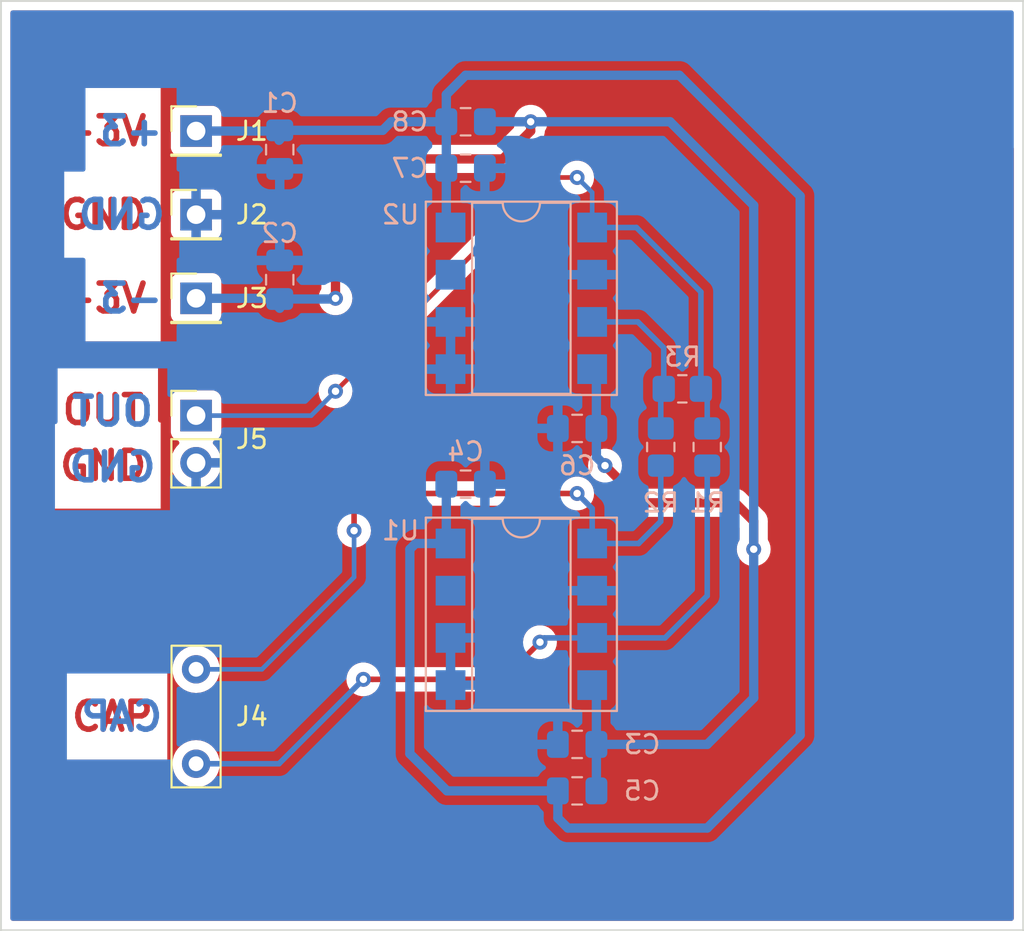
<source format=kicad_pcb>
(kicad_pcb (version 20211014) (generator pcbnew)
  (layers (0 "F.Cu" signal) (31 "B.Cu" signal) (34 "B.Paste" user) (35 "F.Paste" user) (36 "B.SilkS" user "B.Silkscreen") (37 "F.SilkS" user "F.Silkscreen") (38 "B.Mask" user) (39 "F.Mask" user) (44 "Edge.Cuts" user))
  (net 0 "")
  (net 1 "+5V")
  (net 2 "-5V")
  (net 3 "GND")
  (net 4 "Net-(R2-Pad2)")
  (net 7 "Net-(J4-Pad1)")
  (net 8 "Net-(J4-Pad2)")
  (net 9 "Net-(J5-Pad1)")
  (footprint "Connector_PinHeader_2.54mm:PinHeader_1x01_P2.54mm_Vertical" (layer "F.Cu") (at 130.5 47)
    (fp_text reference "J1" (at 3 0) (layer "F.SilkS"))
    (fp_text value "Conn_01x01_Female" hide)
    (fp_line (start -1.33 0) (end -1.33 -1.33) (layer "F.SilkS") (width 0.12))
    (fp_line (start -1.33 1.27) (end -1.33 1.33) (layer "F.SilkS") (width 0.12))
    (fp_line (start 1.33 1.27) (end 1.33 1.33) (layer "F.SilkS") (width 0.12))
    (fp_line (start -1.33 -1.33) (end 0 -1.33) (layer "F.SilkS") (width 0.12))
    (fp_line (start -1.33 1.27) (end 1.33 1.27) (layer "F.SilkS") (width 0.12))
    (fp_line (start -1.33 1.33) (end 1.33 1.33) (layer "F.SilkS") (width 0.12))
    (pad "1" thru_hole rect locked (at 0 0) (size 1.7 1.7) (drill 1) (layers *.Cu *.Mask) (net 1 "+5V"))
  )
  (footprint "Connector_PinHeader_2.54mm:PinHeader_1x01_P2.54mm_Vertical" (layer "F.Cu") (at 130.5 56)
    (fp_text reference "J3" (at 3 0) (layer "F.SilkS"))
    (fp_text value "Conn_01x01_Female" hide)
    (fp_line (start -1.33 -1.33) (end 0 -1.33) (layer "F.SilkS") (width 0.12))
    (fp_line (start -1.33 1.27) (end -1.33 1.33) (layer "F.SilkS") (width 0.12))
    (fp_line (start -1.33 0) (end -1.33 -1.33) (layer "F.SilkS") (width 0.12))
    (fp_line (start -1.33 1.27) (end 1.33 1.27) (layer "F.SilkS") (width 0.12))
    (fp_line (start -1.33 1.33) (end 1.33 1.33) (layer "F.SilkS") (width 0.12))
    (fp_line (start 1.33 1.27) (end 1.33 1.33) (layer "F.SilkS") (width 0.12))
    (pad "1" thru_hole rect locked (at 0 0) (size 1.7 1.7) (drill 1) (layers *.Cu *.Mask) (net 2 "-5V"))
  )
  (footprint "connectors:HARWIN D2899" (layer "F.Cu") (at 130.5 78.5 90)
    (fp_text reference "J4" (at 0 3 unlocked) (layer "F.SilkS"))
    (fp_text value "Conn_01x02_Female" hide)
    (fp_rect (start -3.81 -1.32) (end 3.81 1.32) (layer "F.SilkS") (width 0.12) (fill none))
    (pad "1" thru_hole circle (at -2.54 0 90) (size 1.524 1.524) (drill 0.8) (layers *.Cu *.Mask) (net 7 "Net-(J4-Pad1)"))
    (pad "2" thru_hole circle (at 2.54 0 90) (size 1.524 1.524) (drill 0.8) (layers *.Cu *.Mask) (net 8 "Net-(J4-Pad2)"))
  )
  (footprint "Connector_PinHeader_2.54mm:PinHeader_1x02_P2.54mm_Vertical" (layer "F.Cu") (at 130.5 62.309464)
    (fp_text reference "J5" (at 3 1.275) (layer "F.SilkS"))
    (fp_text value "Conn_01x02_Female" hide)
    (fp_line (start 1.33 1.27) (end 1.33 3.87) (layer "F.SilkS") (width 0.12))
    (fp_line (start -1.33 0) (end -1.33 -1.33) (layer "F.SilkS") (width 0.12))
    (fp_line (start -1.33 1.27) (end 1.33 1.27) (layer "F.SilkS") (width 0.12))
    (fp_line (start -1.33 1.27) (end -1.33 3.87) (layer "F.SilkS") (width 0.12))
    (fp_line (start -1.33 3.87) (end 1.33 3.87) (layer "F.SilkS") (width 0.12))
    (fp_line (start -1.33 -1.33) (end 0 -1.33) (layer "F.SilkS") (width 0.12))
    (pad "1" thru_hole rect locked (at 0 0) (size 1.7 1.7) (drill 1) (layers *.Cu *.Mask) (net 9 "Net-(J5-Pad1)"))
    (pad "2" thru_hole oval locked (at 0 2.54) (size 1.7 1.7) (drill 1) (layers *.Cu *.Mask) (net 3 "GND"))
  )
  (footprint "Connector_PinHeader_2.54mm:PinHeader_1x01_P2.54mm_Vertical" (layer "F.Cu") (at 130.5 51.5)
    (fp_text reference "J2" (at 3 0) (layer "F.SilkS"))
    (fp_text value "Conn_01x01_Female" hide)
    (fp_line (start -1.33 1.33) (end 1.33 1.33) (layer "F.SilkS") (width 0.12))
    (fp_line (start 1.33 1.27) (end 1.33 1.33) (layer "F.SilkS") (width 0.12))
    (fp_line (start -1.33 -1.33) (end 0 -1.33) (layer "F.SilkS") (width 0.12))
    (fp_line (start -1.33 1.27) (end 1.33 1.27) (layer "F.SilkS") (width 0.12))
    (fp_line (start -1.33 0) (end -1.33 -1.33) (layer "F.SilkS") (width 0.12))
    (fp_line (start -1.33 1.27) (end -1.33 1.33) (layer "F.SilkS") (width 0.12))
    (pad "1" thru_hole rect locked (at 0 0) (size 1.7 1.7) (drill 1) (layers *.Cu *.Mask) (net 3 "GND"))
  )
  (footprint "Capacitor_SMD:C_0805_2012Metric_Pad1.18x1.45mm_HandSolder" (layer "B.Cu") (at 135 55 90)
    (fp_text reference "C2" (at 2.5 0 180) (layer "B.SilkS") (effects (justify mirror)))
    (fp_text value "100n")
    (fp_line (start -0.261252 -0.735) (end 0.261252 -0.735) (layer "B.SilkS") (width 0.12))
    (fp_line (start -0.261252 0.735) (end 0.261252 0.735) (layer "B.SilkS") (width 0.12))
    (pad "1" smd roundrect locked (at -1.0375 0 90) (size 1.175 1.45) (layers "B.Cu" "B.Paste" "B.Mask") (roundrect_rratio 0.212766) (net 2 "-5V"))
    (pad "2" smd roundrect locked (at 1.0375 0 90) (size 1.175 1.45) (layers "B.Cu" "B.Paste" "B.Mask") (roundrect_rratio 0.212766) (net 3 "GND"))
  )
  (footprint "Capacitor_SMD:C_0805_2012Metric_Pad1.18x1.45mm_HandSolder" (layer "B.Cu") (at 145 46.5)
    (fp_text reference "C8" (at -3 0) (layer "B.SilkS") (effects (justify mirror)))
    (fp_text value "100n")
    (fp_line (start -0.261252 -0.735) (end 0.261252 -0.735) (layer "B.SilkS") (width 0.12))
    (fp_line (start -0.261252 0.735) (end 0.261252 0.735) (layer "B.SilkS") (width 0.12))
    (pad "1" smd roundrect locked (at -1.0375 0) (size 1.175 1.45) (layers "B.Cu" "B.Paste" "B.Mask") (roundrect_rratio 0.212766) (net 1 "+5V"))
    (pad "2" smd roundrect locked (at 1.0375 0) (size 1.175 1.45) (layers "B.Cu" "B.Paste" "B.Mask") (roundrect_rratio 0.212766) (net 2 "-5V"))
  )
  (footprint "Capacitor_SMD:C_0805_2012Metric_Pad1.18x1.45mm_HandSolder" (layer "B.Cu") (at 151 80 180)
    (fp_text reference "C3" (at -3.5 0) (layer "B.SilkS") (effects (justify mirror)))
    (fp_text value "100n")
    (fp_line (start -0.261252 0.735) (end 0.261252 0.735) (layer "B.SilkS") (width 0.12))
    (fp_line (start -0.261252 -0.735) (end 0.261252 -0.735) (layer "B.SilkS") (width 0.12))
    (pad "1" smd roundrect locked (at -1.0375 0 180) (size 1.175 1.45) (layers "B.Cu" "B.Paste" "B.Mask") (roundrect_rratio 0.212766) (net 2 "-5V"))
    (pad "2" smd roundrect locked (at 1.0375 0 180) (size 1.175 1.45) (layers "B.Cu" "B.Paste" "B.Mask") (roundrect_rratio 0.212766) (net 3 "GND"))
  )
  (footprint "Package_DIP:DIP-8_W7.62mm_SMDSocket_SmallPads" (layer "B.Cu") (at 148 73 180)
    (fp_text reference "U1" (at 6.5 4.5) (layer "B.SilkS") (effects (justify mirror)))
    (fp_text value "MCP6002-xSN")
    (fp_line (start 2.65 5.14) (end 1 5.14) (layer "B.SilkS") (width 0.12))
    (fp_line (start -2.65 5.14) (end -2.65 -5.14) (layer "B.SilkS") (width 0.12))
    (fp_line (start -5.14 -5.2) (end 5.14 -5.2) (layer "B.SilkS") (width 0.12))
    (fp_line (start 5.14 5.2) (end -5.14 5.2) (layer "B.SilkS") (width 0.12))
    (fp_line (start 2.65 -5.14) (end 2.65 5.14) (layer "B.SilkS") (width 0.12))
    (fp_line (start -5.14 5.2) (end -5.14 -5.2) (layer "B.SilkS") (width 0.12))
    (fp_line (start 5.14 -5.2) (end 5.14 5.2) (layer "B.SilkS") (width 0.12))
    (fp_line (start -1 5.14) (end -2.65 5.14) (layer "B.SilkS") (width 0.12))
    (fp_line (start -2.65 -5.14) (end 2.65 -5.14) (layer "B.SilkS") (width 0.12))
    (fp_arc (start -1 5.14) (mid 0 4.14) (end 1 5.14) (layer "B.SilkS") (width 0.12))
    (pad "1" smd rect locked (at -3.81 3.81 180) (size 1.6 1.6) (layers "B.Cu" "B.Paste" "B.Mask") (net 8 "Net-(J4-Pad2)"))
    (pad "2" smd rect locked (at -3.81 1.27 180) (size 1.6 1.6) (layers "B.Cu" "B.Paste" "B.Mask") (net 3 "GND"))
    (pad "3" smd rect locked (at -3.81 -1.27 180) (size 1.6 1.6) (layers "B.Cu" "B.Paste" "B.Mask") (net 7 "Net-(J4-Pad1)"))
    (pad "4" smd rect locked (at -3.81 -3.81 180) (size 1.6 1.6) (layers "B.Cu" "B.Paste" "B.Mask") (net 2 "-5V"))
    (pad "5" smd rect locked (at 3.81 -3.81 180) (size 1.6 1.6) (layers "B.Cu" "B.Paste" "B.Mask") (net 3 "GND"))
    (pad "6" smd rect locked (at 3.81 -1.27 180) (size 1.6 1.6) (layers "B.Cu" "B.Paste" "B.Mask") (net 3 "GND"))
    (pad "7" smd rect locked (at 3.81 1.27 180) (size 1.6 1.6) (layers "B.Cu" "B.Paste" "B.Mask"))
    (pad "8" smd rect locked (at 3.81 3.81 180) (size 1.6 1.6) (layers "B.Cu" "B.Paste" "B.Mask") (net 1 "+5V"))
  )
  (footprint "Capacitor_SMD:C_0805_2012Metric_Pad1.18x1.45mm_HandSolder" (layer "B.Cu") (at 151 63 180)
    (fp_text reference "C6" (at 0 -2) (layer "B.SilkS") (effects (justify mirror)))
    (fp_text value "100n")
    (fp_line (start -0.261252 0.735) (end 0.261252 0.735) (layer "B.SilkS") (width 0.12))
    (fp_line (start -0.261252 -0.735) (end 0.261252 -0.735) (layer "B.SilkS") (width 0.12))
    (pad "1" smd roundrect locked (at -1.0375 0 180) (size 1.175 1.45) (layers "B.Cu" "B.Paste" "B.Mask") (roundrect_rratio 0.212766) (net 2 "-5V"))
    (pad "2" smd roundrect locked (at 1.0375 0 180) (size 1.175 1.45) (layers "B.Cu" "B.Paste" "B.Mask") (roundrect_rratio 0.212766) (net 3 "GND"))
  )
  (footprint "Resistor_SMD:R_0805_2012Metric_Pad1.20x1.40mm_HandSolder" (layer "B.Cu") (at 158 64 -90)
    (fp_text reference "R1" (at 3 0 180) (layer "B.SilkS") (effects (justify mirror)))
    (fp_text value "5k1")
    (fp_line (start -0.227064 0.735) (end 0.227064 0.735) (layer "B.SilkS") (width 0.12))
    (fp_line (start -0.227064 -0.735) (end 0.227064 -0.735) (layer "B.SilkS") (width 0.12))
    (pad "1" smd roundrect locked (at -1 0 270) (size 1.2 1.4) (layers "B.Cu" "B.Paste" "B.Mask") (roundrect_rratio 0.208333) (net 9 "Net-(J5-Pad1)"))
    (pad "2" smd roundrect locked (at 1 0 270) (size 1.2 1.4) (layers "B.Cu" "B.Paste" "B.Mask") (roundrect_rratio 0.208333) (net 7 "Net-(J4-Pad1)"))
  )
  (footprint "Capacitor_SMD:C_0805_2012Metric_Pad1.18x1.45mm_HandSolder" (layer "B.Cu") (at 135 48 -90)
    (fp_text reference "C1" (at -2.5 0 180) (layer "B.SilkS") (effects (justify mirror)))
    (fp_text value "100n")
    (fp_line (start -0.261252 0.735) (end 0.261252 0.735) (layer "B.SilkS") (width 0.12))
    (fp_line (start -0.261252 -0.735) (end 0.261252 -0.735) (layer "B.SilkS") (width 0.12))
    (pad "1" smd roundrect locked (at -1.0375 0 270) (size 1.175 1.45) (layers "B.Cu" "B.Paste" "B.Mask") (roundrect_rratio 0.212766) (net 1 "+5V"))
    (pad "2" smd roundrect locked (at 1.0375 0 270) (size 1.175 1.45) (layers "B.Cu" "B.Paste" "B.Mask") (roundrect_rratio 0.212766) (net 3 "GND"))
  )
  (footprint "Resistor_SMD:R_0805_2012Metric_Pad1.20x1.40mm_HandSolder" (layer "B.Cu") (at 155.5 64 90)
    (fp_text reference "R2" (at -3 0 180) (layer "B.SilkS") (effects (justify mirror)))
    (fp_text value "510")
    (fp_line (start -0.227064 0.735) (end 0.227064 0.735) (layer "B.SilkS") (width 0.12))
    (fp_line (start -0.227064 -0.735) (end 0.227064 -0.735) (layer "B.SilkS") (width 0.12))
    (pad "1" smd roundrect locked (at -1 0 90) (size 1.2 1.4) (layers "B.Cu" "B.Paste" "B.Mask") (roundrect_rratio 0.208333) (net 8 "Net-(J4-Pad2)"))
    (pad "2" smd roundrect locked (at 1 0 90) (size 1.2 1.4) (layers "B.Cu" "B.Paste" "B.Mask") (roundrect_rratio 0.208333) (net 4 "Net-(R2-Pad2)"))
  )
  (footprint "Capacitor_SMD:C_0805_2012Metric_Pad1.18x1.45mm_HandSolder" (layer "B.Cu") (at 145 66)
    (fp_text reference "C4" (at 0 -1.75) (layer "B.SilkS") (effects (justify mirror)))
    (fp_text value "100n")
    (fp_line (start -0.261252 0.735) (end 0.261252 0.735) (layer "B.SilkS") (width 0.12))
    (fp_line (start -0.261252 -0.735) (end 0.261252 -0.735) (layer "B.SilkS") (width 0.12))
    (pad "1" smd roundrect locked (at -1.0375 0) (size 1.175 1.45) (layers "B.Cu" "B.Paste" "B.Mask") (roundrect_rratio 0.212766) (net 1 "+5V"))
    (pad "2" smd roundrect locked (at 1.0375 0) (size 1.175 1.45) (layers "B.Cu" "B.Paste" "B.Mask") (roundrect_rratio 0.212766) (net 3 "GND"))
  )
  (footprint "Capacitor_SMD:C_0805_2012Metric_Pad1.18x1.45mm_HandSolder" (layer "B.Cu") (at 145 49)
    (fp_text reference "C7" (at -3 0 180) (layer "B.SilkS") (effects (justify mirror)))
    (fp_text value "100n")
    (fp_line (start -0.261252 0.735) (end 0.261252 0.735) (layer "B.SilkS") (width 0.12))
    (fp_line (start -0.261252 -0.735) (end 0.261252 -0.735) (layer "B.SilkS") (width 0.12))
    (pad "1" smd roundrect locked (at -1.0375 0) (size 1.175 1.45) (layers "B.Cu" "B.Paste" "B.Mask") (roundrect_rratio 0.212766) (net 1 "+5V"))
    (pad "2" smd roundrect locked (at 1.0375 0) (size 1.175 1.45) (layers "B.Cu" "B.Paste" "B.Mask") (roundrect_rratio 0.212766) (net 3 "GND"))
  )
  (footprint "Capacitor_SMD:C_0805_2012Metric_Pad1.18x1.45mm_HandSolder" (layer "B.Cu") (at 151 82.5)
    (fp_text reference "C5" (at 3.5 0) (layer "B.SilkS") (effects (justify mirror)))
    (fp_text value "100n")
    (fp_line (start -0.261252 0.735) (end 0.261252 0.735) (layer "B.SilkS") (width 0.12))
    (fp_line (start -0.261252 -0.735) (end 0.261252 -0.735) (layer "B.SilkS") (width 0.12))
    (pad "1" smd roundrect locked (at -1.0375 0) (size 1.175 1.45) (layers "B.Cu" "B.Paste" "B.Mask") (roundrect_rratio 0.212766) (net 1 "+5V"))
    (pad "2" smd roundrect locked (at 1.0375 0) (size 1.175 1.45) (layers "B.Cu" "B.Paste" "B.Mask") (roundrect_rratio 0.212766) (net 2 "-5V"))
  )
  (footprint "Package_DIP:DIP-8_W7.62mm_SMDSocket_SmallPads" (layer "B.Cu") (at 148 56 180)
    (fp_text reference "U2" (at 6.5 4.5) (layer "B.SilkS") (effects (justify mirror)))
    (fp_text value "MCP6542-xSN")
    (fp_line (start 2.65 -5.14) (end 2.65 5.14) (layer "B.SilkS") (width 0.12))
    (fp_line (start 5.14 5.2) (end -5.14 5.2) (layer "B.SilkS") (width 0.12))
    (fp_line (start 5.14 -5.2) (end 5.14 5.2) (layer "B.SilkS") (width 0.12))
    (fp_line (start -5.14 5.2) (end -5.14 -5.2) (layer "B.SilkS") (width 0.12))
    (fp_line (start -5.14 -5.2) (end 5.14 -5.2) (layer "B.SilkS") (width 0.12))
    (fp_line (start -1 5.14) (end -2.65 5.14) (layer "B.SilkS") (width 0.12))
    (fp_line (start -2.65 -5.14) (end 2.65 -5.14) (layer "B.SilkS") (width 0.12))
    (fp_line (start -2.65 5.14) (end -2.65 -5.14) (layer "B.SilkS") (width 0.12))
    (fp_line (start 2.65 5.14) (end 1 5.14) (layer "B.SilkS") (width 0.12))
    (fp_arc (start -1 5.14) (mid 0 4.14) (end 1 5.14) (layer "B.SilkS") (width 0.12))
    (pad "1" smd rect locked (at -3.81 3.81 180) (size 1.6 1.6) (layers "B.Cu" "B.Paste" "B.Mask") (net 9 "Net-(J5-Pad1)"))
    (pad "2" smd rect locked (at -3.81 1.27 180) (size 1.6 1.6) (layers "B.Cu" "B.Paste" "B.Mask") (net 3 "GND"))
    (pad "3" smd rect locked (at -3.81 -1.27 180) (size 1.6 1.6) (layers "B.Cu" "B.Paste" "B.Mask") (net 4 "Net-(R2-Pad2)"))
    (pad "4" smd rect locked (at -3.81 -3.81 180) (size 1.6 1.6) (layers "B.Cu" "B.Paste" "B.Mask") (net 2 "-5V"))
    (pad "5" smd rect locked (at 3.81 -3.81 180) (size 1.6 1.6) (layers "B.Cu" "B.Paste" "B.Mask") (net 3 "GND"))
    (pad "6" smd rect locked (at 3.81 -1.27 180) (size 1.6 1.6) (layers "B.Cu" "B.Paste" "B.Mask") (net 3 "GND"))
    (pad "7" smd rect locked (at 3.81 1.27 180) (size 1.6 1.6) (layers "B.Cu" "B.Paste" "B.Mask"))
    (pad "8" smd rect locked (at 3.81 3.81 180) (size 1.6 1.6) (layers "B.Cu" "B.Paste" "B.Mask") (net 1 "+5V"))
  )
  (footprint "Resistor_SMD:R_0805_2012Metric_Pad1.20x1.40mm_HandSolder" (layer "B.Cu") (at 156.659828 60.870477)
    (fp_text reference "R3" (at 0.017351 -1.717743 180) (layer "B.SilkS") (effects (justify mirror)))
    (fp_text value "1k")
    (fp_line (start -0.227064 0.735) (end 0.227064 0.735) (layer "B.SilkS") (width 0.12))
    (fp_line (start -0.227064 -0.735) (end 0.227064 -0.735) (layer "B.SilkS") (width 0.12))
    (pad "1" smd roundrect locked (at -1 0) (size 1.2 1.4) (layers "B.Cu" "B.Paste" "B.Mask") (roundrect_rratio 0.208333) (net 4 "Net-(R2-Pad2)"))
    (pad "2" smd roundrect locked (at 1 0) (size 1.2 1.4) (layers "B.Cu" "B.Paste" "B.Mask") (roundrect_rratio 0.208333) (net 9 "Net-(J5-Pad1)"))
  )
  (gr_rect (start 120 40) (end 175 90) (layer "Edge.Cuts") (width 0.1) (fill none))
  (gr_text "CAP" (at 126 78.5) (layer "F.Cu") (effects (font (size 1.5 1.5) (thickness 0.3))))
  (gr_text "OUT" (at 125.5 62) (layer "F.Cu") (effects (font (size 1.5 1.5) (thickness 0.3))))
  (gr_text "-3V" (at 125.5 56) (layer "F.Cu") (effects (font (size 1.5 1.5) (thickness 0.3))))
  (gr_text "TychoJ" (at 166 42.5) (layer "F.Cu") (effects (font (size 1.5 1.5) (thickness 0.3))))
  (gr_text "GND" (at 125.5 65) (layer "F.Cu") (effects (font (size 1.5 1.5) (thickness 0.3))))
  (gr_text "V1" (at 172.5 42.5) (layer "F.Cu") (effects (font (size 1.5 1.5) (thickness 0.3))))
  (gr_text "GND" (at 125.5 51.5) (layer "F.Cu") (effects (font (size 1.5 1.5) (thickness 0.3))))
  (gr_text "+3V" (at 125.5 47) (layer "F.Cu") (effects (font (size 1.5 1.5) (thickness 0.3))))
  (gr_text "23032022" (at 168 45.5) (layer "F.Cu") (effects (font (size 1.5 1.5) (thickness 0.3))))
  (gr_text "GND" (at 126.5 51.5) (layer "B.Cu") (effects (font (size 1.5 1.5) (thickness 0.3)) (justify mirror)))
  (gr_text "-3" (at 127 56) (layer "B.Cu") (effects (font (size 1.5 1.5) (thickness 0.3)) (justify mirror)))
  (gr_text "CAP" (at 126.5 78.5) (layer "B.Cu") (effects (font (size 1.5 1.5) (thickness 0.3)) (justify mirror)))
  (gr_text "+3" (at 127 47) (layer "B.Cu") (effects (font (size 1.5 1.5) (thickness 0.3)) (justify mirror)))
  (gr_text "OUT" (at 126 62.084464) (layer "B.Cu") (effects (font (size 1.5 1.5) (thickness 0.3)) (justify mirror)))
  (gr_text "GND" (at 126 65.084464) (layer "B.Cu") (effects (font (size 1.5 1.5) (thickness 0.3)) (justify mirror)))
  (segment (start 158 84.5) (end 163 79.5) (width 0.5) (layer "B.Cu") (net 1))
  (segment (start 143.9625 49) (end 143.9625 51.9625) (width 0.5) (layer "B.Cu") (net 1))
  (segment (start 140.5375 46.9625) (end 141 46.5) (width 0.5) (layer "B.Cu") (net 1))
  (segment (start 145 44) (end 143.9625 45.0375) (width 0.5) (layer "B.Cu") (net 1))
  (segment (start 143.9625 68.9625) (end 144.19 69.19) (width 0.5) (layer "B.Cu") (net 1))
  (segment (start 141 46.5) (end 143.9625 46.5) (width 0.5) (layer "B.Cu") (net 1))
  (segment (start 143.9625 45.0375) (end 143.9625 46.5) (width 0.5) (layer "B.Cu") (net 1))
  (segment (start 134.9625 47) (end 135 46.9625) (width 0.5) (layer "B.Cu") (net 1))
  (segment (start 143.9625 49) (end 143.9625 46.5) (width 0.5) (layer "B.Cu") (net 1))
  (segment (start 135 46.9625) (end 140.5375 46.9625) (width 0.5) (layer "B.Cu") (net 1))
  (segment (start 142 69.5) (end 142 80.5) (width 0.5) (layer "B.Cu") (net 1))
  (segment (start 149.9625 82.5) (end 149.9625 83.9625) (width 0.5) (layer "B.Cu") (net 1))
  (segment (start 156.5 44) (end 145 44) (width 0.5) (layer "B.Cu") (net 1))
  (segment (start 163 79.5) (end 163 50.5) (width 0.5) (layer "B.Cu") (net 1))
  (segment (start 143.9625 66) (end 143.9625 68.9625) (width 0.5) (layer "B.Cu") (net 1))
  (segment (start 142.31 69.19) (end 142 69.5) (width 0.5) (layer "B.Cu") (net 1))
  (segment (start 144.19 69.19) (end 142.31 69.19) (width 0.5) (layer "B.Cu") (net 1))
  (segment (start 150.5 84.5) (end 158 84.5) (width 0.5) (layer "B.Cu") (net 1))
  (segment (start 163 50.5) (end 156.5 44) (width 0.5) (layer "B.Cu") (net 1))
  (segment (start 144 82.5) (end 149.9625 82.5) (width 0.5) (layer "B.Cu") (net 1))
  (segment (start 134.9625 47.5) (end 135 47.4625) (width 0.5) (layer "B.Cu") (net 1))
  (segment (start 142 80.5) (end 144 82.5) (width 0.5) (layer "B.Cu") (net 1))
  (segment (start 149.9625 83.9625) (end 150.5 84.5) (width 0.5) (layer "B.Cu") (net 1))
  (segment (start 130.5 47) (end 134.9625 47) (width 0.5) (layer "B.Cu") (net 1))
  (segment (start 143.9625 51.9625) (end 144.19 52.19) (width 0.5) (layer "B.Cu") (net 1))
  (segment (start 160.5 68) (end 160.5 69.5) (width 0.5) (layer "F.Cu") (net 2))
  (segment (start 152.5 65) (end 154.5 67) (width 0.5) (layer "F.Cu") (net 2))
  (segment (start 154.5 67) (end 159.5 67) (width 0.5) (layer "F.Cu") (net 2))
  (segment (start 138 52.5) (end 138 56) (width 0.5) (layer "F.Cu") (net 2))
  (segment (start 159.5 67) (end 160.5 68) (width 0.5) (layer "F.Cu") (net 2))
  (segment (start 142 48.5) (end 138 52.5) (width 0.5) (layer "F.Cu") (net 2))
  (segment (start 147 48.5) (end 142 48.5) (width 0.5) (layer "F.Cu") (net 2))
  (segment (start 148.5 47) (end 147 48.5) (width 0.5) (layer "F.Cu") (net 2))
  (segment (start 148.5 46.5) (end 148.5 47) (width 0.5) (layer "F.Cu") (net 2))
  (via (at 160.5 69.5) (size 0.8) (drill 0.4) (layers "F.Cu" "B.Cu") (net 2))
  (via (at 152.5 65) (size 0.8) (drill 0.4) (layers "F.Cu" "B.Cu") (net 2))
  (via (at 138 56) (size 0.8) (drill 0.4) (layers "F.Cu" "B.Cu") (net 2))
  (via (at 148.5 46.5) (size 0.8) (drill 0.4) (layers "F.Cu" "B.Cu") (net 2))
  (segment (start 158 80) (end 152.0375 80) (width 0.5) (layer "B.Cu") (net 2))
  (segment (start 160.5 51) (end 160.5 69.5) (width 0.5) (layer "B.Cu") (net 2))
  (segment (start 152.0375 80) (end 152.0375 82.5) (width 0.5) (layer "B.Cu") (net 2))
  (segment (start 137.9625 56.0375) (end 138 56) (width 0.5) (layer "B.Cu") (net 2))
  (segment (start 135 56.0375) (end 137.9625 56.0375) (width 0.5) (layer "B.Cu") (net 2))
  (segment (start 152.0375 77.0375) (end 151.81 76.81) (width 0.5) (layer "B.Cu") (net 2))
  (segment (start 130.5 56) (end 134.9625 56) (width 0.5) (layer "B.Cu") (net 2))
  (segment (start 152.0375 63) (end 152.0375 60.0375) (width 0.5) (layer "B.Cu") (net 2))
  (segment (start 134.9625 56) (end 135 56.0375) (width 0.5) (layer "B.Cu") (net 2))
  (segment (start 160.5 77.5) (end 158 80) (width 0.5) (layer "B.Cu") (net 2))
  (segment (start 134.9625 56.5) (end 135 56.5375) (width 0.5) (layer "B.Cu") (net 2))
  (segment (start 156 46.5) (end 160.5 51) (width 0.5) (layer "B.Cu") (net 2))
  (segment (start 152.0375 63) (end 152.0375 64.5375) (width 0.5) (layer "B.Cu") (net 2))
  (segment (start 152.0375 60.0375) (end 151.81 59.81) (width 0.5) (layer "B.Cu") (net 2))
  (segment (start 148.5 46.5) (end 156 46.5) (width 0.5) (layer "B.Cu") (net 2))
  (segment (start 148.5 46.5) (end 146.0375 46.5) (width 0.5) (layer "B.Cu") (net 2))
  (segment (start 152.0375 64.5375) (end 152.5 65) (width 0.5) (layer "B.Cu") (net 2))
  (segment (start 160.5 69.5) (end 160.5 77.5) (width 0.5) (layer "B.Cu") (net 2))
  (segment (start 152.0375 80) (end 152.0375 77.0375) (width 0.5) (layer "B.Cu") (net 2))
  (segment (start 155.5 63) (end 155.5 61.030305) (width 0.3) (layer "B.Cu") (net 4))
  (segment (start 155.659828 60.870477) (end 155.659828 58.659828) (width 0.3) (layer "B.Cu") (net 4))
  (segment (start 154.27 57.27) (end 151.81 57.27) (width 0.3) (layer "B.Cu") (net 4))
  (segment (start 155.5 61.030305) (end 155.659828 60.870477) (width 0.3) (layer "B.Cu") (net 4))
  (segment (start 155.659828 58.659828) (end 154.27 57.27) (width 0.3) (layer "B.Cu") (net 4))
  (segment (start 149 74.5) (end 147 76.5) (width 0.3) (layer "F.Cu") (net 7))
  (segment (start 147 76.5) (end 140 76.5) (width 0.3) (layer "F.Cu") (net 7))
  (segment (start 140 76.5) (end 139.5 76.5) (width 0.3) (layer "F.Cu") (net 7))
  (via (at 149 74.5) (size 0.8) (drill 0.4) (layers "F.Cu" "B.Cu") (net 7))
  (via (at 139.5 76.5) (size 0.8) (drill 0.4) (layers "F.Cu" "B.Cu") (net 7))
  (segment (start 151.81 74.27) (end 149.23 74.27) (width 0.3) (layer "B.Cu") (net 7))
  (segment (start 139.5 76.5) (end 134.96 81.04) (width 0.3) (layer "B.Cu") (net 7))
  (segment (start 158 72) (end 155.73 74.27) (width 0.3) (layer "B.Cu") (net 7))
  (segment (start 149.23 74.27) (end 149 74.5) (width 0.3) (layer "B.Cu") (net 7))
  (segment (start 158 65) (end 158 72) (width 0.3) (layer "B.Cu") (net 7))
  (segment (start 134.96 81.04) (end 130.5 81.04) (width 0.3) (layer "B.Cu") (net 7))
  (segment (start 155.73 74.27) (end 151.81 74.27) (width 0.3) (layer "B.Cu") (net 7))
  (segment (start 151 66.5) (end 140 66.5) (width 0.3) (layer "F.Cu") (net 8))
  (segment (start 140 66.5) (end 139 67.5) (width 0.3) (layer "F.Cu") (net 8))
  (segment (start 139 67.5) (end 139 68.5) (width 0.3) (layer "F.Cu") (net 8))
  (via (at 139 68.5) (size 0.8) (drill 0.4) (layers "F.Cu" "B.Cu") (net 8))
  (via (at 151 66.5) (size 0.8) (drill 0.4) (layers "F.Cu" "B.Cu") (net 8))
  (segment (start 139 71) (end 139 68.5) (width 0.25) (layer "B.Cu") (net 8))
  (segment (start 130.5 75.96) (end 134.04 75.96) (width 0.25) (layer "B.Cu") (net 8))
  (segment (start 151.81 67.31) (end 151 66.5) (width 0.3) (layer "B.Cu") (net 8))
  (segment (start 154.31 69.19) (end 151.81 69.19) (width 0.3) (layer "B.Cu") (net 8))
  (segment (start 155.5 65) (end 155.5 68) (width 0.3) (layer "B.Cu") (net 8))
  (segment (start 134.04 75.96) (end 139 71) (width 0.25) (layer "B.Cu") (net 8))
  (segment (start 151.81 69.19) (end 151.81 67.31) (width 0.3) (layer "B.Cu") (net 8))
  (segment (start 155.5 68) (end 154.31 69.19) (width 0.3) (layer "B.Cu") (net 8))
  (segment (start 149.5 49.5) (end 151 49.5) (width 0.25) (layer "F.Cu") (net 9))
  (segment (start 138 61) (end 149.5 49.5) (width 0.25) (layer "F.Cu") (net 9))
  (via (at 138 61) (size 0.8) (drill 0.4) (layers "F.Cu" "B.Cu") (net 9))
  (via (at 151 49.5) (size 0.8) (drill 0.4) (layers "F.Cu" "B.Cu") (net 9))
  (segment (start 157.659828 55.659828) (end 157.659828 60.870477) (width 0.3) (layer "B.Cu") (net 9))
  (segment (start 151.81 52.19) (end 154.19 52.19) (width 0.3) (layer "B.Cu") (net 9))
  (segment (start 154.19 52.19) (end 157.659828 55.659828) (width 0.3) (layer "B.Cu") (net 9))
  (segment (start 151 49.5) (end 151.81 50.31) (width 0.25) (layer "B.Cu") (net 9))
  (segment (start 157.659828 60.870477) (end 158 61.210649) (width 0.3) (layer "B.Cu") (net 9))
  (segment (start 151.81 50.31) (end 151.81 52.19) (width 0.25) (layer "B.Cu") (net 9))
  (segment (start 158 61.210649) (end 158 63) (width 0.3) (layer "B.Cu") (net 9))
  (segment (start 136.690536 62.309464) (end 130.5 62.309464) (width 0.25) (layer "B.Cu") (net 9))
  (segment (start 138 61) (end 136.690536 62.309464) (width 0.25) (layer "B.Cu") (net 9))
  (zone (net 0) (net_name "") (layer "F.Cu") (connect_pads (clearance 0.508)) (min_thickness 0.254) (fill yes (thermal_gap 0.508) (thermal_bridge_width 0.508))
    (polygon (pts (xy 175 90) (xy 120 90) (xy 120 40) (xy 175 40)))
  )
  (zone (net 3) (net_name "GND") (layer "B.Cu") (connect_pads (clearance 0.508)) (min_thickness 0.254) (fill yes (thermal_gap 0.508) (thermal_bridge_width 0.508))
    (polygon (pts (xy 175 90) (xy 120 90) (xy 120 40) (xy 175 40)))
  )
)
</source>
